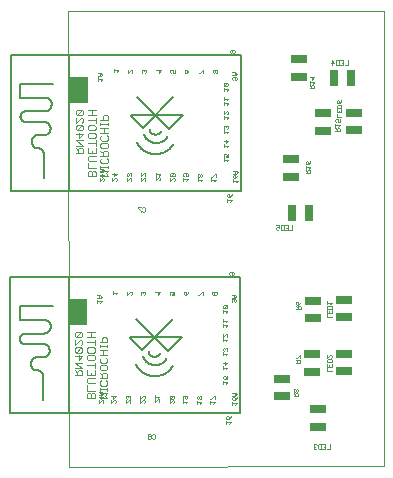
<source format=gbo>
G75*
%MOIN*%
%OFA0B0*%
%FSLAX25Y25*%
%IPPOS*%
%LPD*%
%AMOC8*
5,1,8,0,0,1.08239X$1,22.5*
%
%ADD10C,0.00000*%
%ADD11C,0.00500*%
%ADD12R,0.06102X0.08661*%
%ADD13C,0.00200*%
%ADD14C,0.00100*%
%ADD15R,0.05512X0.02559*%
%ADD16R,0.02559X0.05512*%
D10*
X0020728Y0001000D02*
X0020675Y0152867D01*
X0125931Y0152769D01*
X0125743Y0001103D01*
X0020728Y0001000D01*
D11*
X0020738Y0018776D02*
X0001250Y0018776D01*
X0001250Y0064052D01*
X0078022Y0064052D01*
X0078022Y0018776D01*
X0020738Y0018776D01*
X0020738Y0063855D01*
X0015423Y0054603D02*
X0004400Y0054603D01*
X0004400Y0049879D01*
X0012864Y0049879D01*
X0012950Y0049877D01*
X0013036Y0049872D01*
X0013121Y0049862D01*
X0013206Y0049849D01*
X0013290Y0049832D01*
X0013374Y0049812D01*
X0013456Y0049788D01*
X0013537Y0049760D01*
X0013618Y0049729D01*
X0013696Y0049695D01*
X0013773Y0049657D01*
X0013849Y0049615D01*
X0013922Y0049571D01*
X0013993Y0049523D01*
X0014063Y0049472D01*
X0014130Y0049418D01*
X0014194Y0049362D01*
X0014256Y0049302D01*
X0014316Y0049240D01*
X0014372Y0049176D01*
X0014426Y0049109D01*
X0014477Y0049039D01*
X0014525Y0048968D01*
X0014569Y0048895D01*
X0014611Y0048819D01*
X0014649Y0048742D01*
X0014683Y0048664D01*
X0014714Y0048583D01*
X0014742Y0048502D01*
X0014766Y0048420D01*
X0014786Y0048336D01*
X0014803Y0048252D01*
X0014816Y0048167D01*
X0014826Y0048082D01*
X0014831Y0047996D01*
X0014833Y0047910D01*
X0014831Y0047810D01*
X0014825Y0047709D01*
X0014815Y0047609D01*
X0014801Y0047510D01*
X0014784Y0047411D01*
X0014762Y0047313D01*
X0014737Y0047215D01*
X0014708Y0047119D01*
X0014675Y0047024D01*
X0014638Y0046931D01*
X0014598Y0046839D01*
X0014554Y0046748D01*
X0014507Y0046660D01*
X0014456Y0046573D01*
X0014402Y0046488D01*
X0014344Y0046406D01*
X0014284Y0046326D01*
X0014220Y0046248D01*
X0014153Y0046173D01*
X0014083Y0046101D01*
X0014011Y0046031D01*
X0013936Y0045964D01*
X0013858Y0045900D01*
X0013778Y0045840D01*
X0013696Y0045782D01*
X0013611Y0045728D01*
X0013524Y0045677D01*
X0013436Y0045630D01*
X0013345Y0045586D01*
X0013253Y0045546D01*
X0013160Y0045509D01*
X0013065Y0045476D01*
X0012969Y0045447D01*
X0012871Y0045422D01*
X0012773Y0045400D01*
X0012674Y0045383D01*
X0012575Y0045369D01*
X0012475Y0045359D01*
X0012374Y0045353D01*
X0012274Y0045351D01*
X0005974Y0045351D01*
X0005902Y0045349D01*
X0005830Y0045343D01*
X0005758Y0045334D01*
X0005687Y0045321D01*
X0005617Y0045304D01*
X0005548Y0045284D01*
X0005480Y0045259D01*
X0005414Y0045232D01*
X0005348Y0045201D01*
X0005285Y0045166D01*
X0005223Y0045129D01*
X0005164Y0045088D01*
X0005107Y0045044D01*
X0005052Y0044997D01*
X0005000Y0044947D01*
X0004950Y0044895D01*
X0004903Y0044840D01*
X0004859Y0044783D01*
X0004818Y0044724D01*
X0004781Y0044662D01*
X0004746Y0044599D01*
X0004715Y0044533D01*
X0004688Y0044467D01*
X0004663Y0044399D01*
X0004643Y0044330D01*
X0004626Y0044260D01*
X0004613Y0044189D01*
X0004604Y0044117D01*
X0004598Y0044045D01*
X0004596Y0043973D01*
X0004400Y0043776D01*
X0004399Y0043776D02*
X0004401Y0043690D01*
X0004406Y0043604D01*
X0004416Y0043519D01*
X0004429Y0043434D01*
X0004446Y0043350D01*
X0004466Y0043266D01*
X0004490Y0043184D01*
X0004518Y0043103D01*
X0004549Y0043022D01*
X0004583Y0042944D01*
X0004621Y0042867D01*
X0004663Y0042792D01*
X0004707Y0042718D01*
X0004755Y0042647D01*
X0004806Y0042577D01*
X0004860Y0042510D01*
X0004916Y0042446D01*
X0004976Y0042384D01*
X0005038Y0042324D01*
X0005102Y0042268D01*
X0005169Y0042214D01*
X0005239Y0042163D01*
X0005310Y0042115D01*
X0005383Y0042071D01*
X0005459Y0042029D01*
X0005536Y0041991D01*
X0005614Y0041957D01*
X0005695Y0041926D01*
X0005776Y0041898D01*
X0005858Y0041874D01*
X0005942Y0041854D01*
X0006026Y0041837D01*
X0006111Y0041824D01*
X0006196Y0041814D01*
X0006282Y0041809D01*
X0006368Y0041807D01*
X0006368Y0041808D02*
X0012470Y0041808D01*
X0012556Y0041806D01*
X0012642Y0041801D01*
X0012727Y0041791D01*
X0012812Y0041778D01*
X0012896Y0041761D01*
X0012980Y0041741D01*
X0013062Y0041717D01*
X0013143Y0041689D01*
X0013224Y0041658D01*
X0013302Y0041624D01*
X0013379Y0041586D01*
X0013455Y0041544D01*
X0013528Y0041500D01*
X0013599Y0041452D01*
X0013669Y0041401D01*
X0013736Y0041347D01*
X0013800Y0041291D01*
X0013862Y0041231D01*
X0013922Y0041169D01*
X0013978Y0041105D01*
X0014032Y0041038D01*
X0014083Y0040968D01*
X0014131Y0040897D01*
X0014175Y0040824D01*
X0014217Y0040748D01*
X0014255Y0040671D01*
X0014289Y0040593D01*
X0014320Y0040512D01*
X0014348Y0040431D01*
X0014372Y0040349D01*
X0014392Y0040265D01*
X0014409Y0040181D01*
X0014422Y0040096D01*
X0014432Y0040011D01*
X0014437Y0039925D01*
X0014439Y0039839D01*
X0014439Y0039642D01*
X0014437Y0039550D01*
X0014431Y0039458D01*
X0014421Y0039367D01*
X0014408Y0039276D01*
X0014390Y0039186D01*
X0014369Y0039096D01*
X0014344Y0039008D01*
X0014315Y0038921D01*
X0014283Y0038835D01*
X0014247Y0038750D01*
X0014207Y0038667D01*
X0014164Y0038586D01*
X0014118Y0038507D01*
X0014068Y0038430D01*
X0014015Y0038355D01*
X0013958Y0038282D01*
X0013899Y0038212D01*
X0013837Y0038144D01*
X0013772Y0038079D01*
X0013704Y0038017D01*
X0013634Y0037958D01*
X0013561Y0037901D01*
X0013486Y0037848D01*
X0013409Y0037798D01*
X0013330Y0037752D01*
X0013249Y0037709D01*
X0013166Y0037669D01*
X0013081Y0037633D01*
X0012995Y0037601D01*
X0012908Y0037572D01*
X0012820Y0037547D01*
X0012730Y0037526D01*
X0012640Y0037508D01*
X0012549Y0037495D01*
X0012458Y0037485D01*
X0012366Y0037479D01*
X0012274Y0037477D01*
X0010108Y0037477D01*
X0010026Y0037475D01*
X0009945Y0037469D01*
X0009863Y0037460D01*
X0009782Y0037447D01*
X0009702Y0037430D01*
X0009623Y0037409D01*
X0009545Y0037385D01*
X0009468Y0037357D01*
X0009392Y0037326D01*
X0009318Y0037291D01*
X0009246Y0037253D01*
X0009175Y0037212D01*
X0009107Y0037167D01*
X0009040Y0037119D01*
X0008976Y0037068D01*
X0008914Y0037015D01*
X0008855Y0036958D01*
X0008798Y0036899D01*
X0008745Y0036837D01*
X0008694Y0036773D01*
X0008646Y0036706D01*
X0008601Y0036638D01*
X0008560Y0036567D01*
X0008522Y0036495D01*
X0008487Y0036421D01*
X0008456Y0036345D01*
X0008428Y0036268D01*
X0008404Y0036190D01*
X0008383Y0036111D01*
X0008366Y0036031D01*
X0008353Y0035950D01*
X0008344Y0035868D01*
X0008338Y0035787D01*
X0008336Y0035705D01*
X0008337Y0035705D02*
X0008337Y0034918D01*
X0008336Y0034918D02*
X0008338Y0034836D01*
X0008344Y0034755D01*
X0008353Y0034673D01*
X0008366Y0034592D01*
X0008383Y0034512D01*
X0008404Y0034433D01*
X0008428Y0034355D01*
X0008456Y0034278D01*
X0008487Y0034202D01*
X0008522Y0034128D01*
X0008560Y0034056D01*
X0008601Y0033985D01*
X0008646Y0033917D01*
X0008694Y0033850D01*
X0008745Y0033786D01*
X0008798Y0033724D01*
X0008855Y0033665D01*
X0008914Y0033608D01*
X0008976Y0033555D01*
X0009040Y0033504D01*
X0009107Y0033456D01*
X0009175Y0033411D01*
X0009246Y0033370D01*
X0009318Y0033332D01*
X0009392Y0033297D01*
X0009468Y0033266D01*
X0009545Y0033238D01*
X0009623Y0033214D01*
X0009702Y0033193D01*
X0009782Y0033176D01*
X0009863Y0033163D01*
X0009945Y0033154D01*
X0010026Y0033148D01*
X0010108Y0033146D01*
X0010200Y0033144D01*
X0010292Y0033138D01*
X0010383Y0033128D01*
X0010474Y0033115D01*
X0010564Y0033097D01*
X0010654Y0033076D01*
X0010742Y0033051D01*
X0010829Y0033022D01*
X0010915Y0032990D01*
X0011000Y0032954D01*
X0011083Y0032914D01*
X0011164Y0032871D01*
X0011243Y0032825D01*
X0011320Y0032775D01*
X0011395Y0032722D01*
X0011468Y0032665D01*
X0011538Y0032606D01*
X0011606Y0032544D01*
X0011671Y0032479D01*
X0011733Y0032411D01*
X0011792Y0032341D01*
X0011849Y0032268D01*
X0011902Y0032193D01*
X0011952Y0032116D01*
X0011998Y0032037D01*
X0012041Y0031956D01*
X0012081Y0031873D01*
X0012117Y0031788D01*
X0012149Y0031702D01*
X0012178Y0031615D01*
X0012203Y0031527D01*
X0012224Y0031437D01*
X0012242Y0031347D01*
X0012255Y0031256D01*
X0012265Y0031165D01*
X0012271Y0031073D01*
X0012273Y0030981D01*
X0012274Y0030981D02*
X0012274Y0023304D01*
X0041211Y0043973D02*
X0045148Y0039839D01*
X0055384Y0050075D01*
X0058533Y0044170D02*
X0041211Y0044170D01*
X0043179Y0050272D02*
X0053809Y0039642D01*
X0058533Y0044170D01*
X0053416Y0037083D02*
X0053351Y0036970D01*
X0053284Y0036858D01*
X0053213Y0036748D01*
X0053138Y0036640D01*
X0053061Y0036535D01*
X0052980Y0036432D01*
X0052896Y0036332D01*
X0052810Y0036234D01*
X0052720Y0036139D01*
X0052627Y0036047D01*
X0052532Y0035957D01*
X0052434Y0035871D01*
X0052333Y0035788D01*
X0052230Y0035707D01*
X0052124Y0035630D01*
X0052017Y0035556D01*
X0051907Y0035486D01*
X0051794Y0035418D01*
X0051680Y0035355D01*
X0051564Y0035294D01*
X0051446Y0035238D01*
X0051327Y0035185D01*
X0051206Y0035135D01*
X0051083Y0035090D01*
X0050960Y0035048D01*
X0050835Y0035009D01*
X0050708Y0034975D01*
X0050581Y0034945D01*
X0050453Y0034918D01*
X0050325Y0034895D01*
X0050195Y0034877D01*
X0050065Y0034862D01*
X0049935Y0034851D01*
X0049804Y0034844D01*
X0049674Y0034841D01*
X0049543Y0034842D01*
X0049412Y0034847D01*
X0049282Y0034856D01*
X0049152Y0034869D01*
X0049022Y0034886D01*
X0048893Y0034907D01*
X0048765Y0034932D01*
X0048637Y0034961D01*
X0048511Y0034993D01*
X0048385Y0035030D01*
X0048261Y0035070D01*
X0048138Y0035114D01*
X0048016Y0035162D01*
X0047896Y0035213D01*
X0047777Y0035268D01*
X0047660Y0035327D01*
X0047545Y0035389D01*
X0047432Y0035455D01*
X0047321Y0035524D01*
X0047212Y0035596D01*
X0047106Y0035672D01*
X0047001Y0035751D01*
X0046900Y0035833D01*
X0046800Y0035918D01*
X0046704Y0036006D01*
X0046610Y0036097D01*
X0046519Y0036191D01*
X0046431Y0036287D01*
X0046345Y0036386D01*
X0046263Y0036488D01*
X0046184Y0036592D01*
X0046109Y0036699D01*
X0046036Y0036808D01*
X0045967Y0036918D01*
X0045901Y0037031D01*
X0045839Y0037146D01*
X0045780Y0037263D01*
X0045725Y0037382D01*
X0045673Y0037502D01*
X0045626Y0037624D01*
X0045581Y0037747D01*
X0045541Y0037871D01*
X0043179Y0035115D02*
X0043253Y0034964D01*
X0043330Y0034815D01*
X0043411Y0034667D01*
X0043496Y0034522D01*
X0043584Y0034378D01*
X0043675Y0034237D01*
X0043770Y0034098D01*
X0043868Y0033962D01*
X0043970Y0033827D01*
X0044074Y0033696D01*
X0044182Y0033567D01*
X0044293Y0033440D01*
X0044407Y0033317D01*
X0044524Y0033196D01*
X0044644Y0033078D01*
X0044767Y0032963D01*
X0044892Y0032851D01*
X0045020Y0032742D01*
X0045151Y0032636D01*
X0045284Y0032533D01*
X0045420Y0032434D01*
X0045558Y0032338D01*
X0045699Y0032245D01*
X0045841Y0032156D01*
X0045986Y0032071D01*
X0046133Y0031989D01*
X0046282Y0031910D01*
X0046432Y0031835D01*
X0046585Y0031764D01*
X0046739Y0031696D01*
X0046895Y0031633D01*
X0047052Y0031573D01*
X0047210Y0031517D01*
X0047370Y0031464D01*
X0047531Y0031416D01*
X0047694Y0031372D01*
X0047857Y0031331D01*
X0048021Y0031295D01*
X0048186Y0031262D01*
X0048352Y0031234D01*
X0048518Y0031210D01*
X0048685Y0031189D01*
X0048853Y0031173D01*
X0049020Y0031161D01*
X0049188Y0031153D01*
X0049357Y0031148D01*
X0049525Y0031149D01*
X0049693Y0031153D01*
X0049861Y0031161D01*
X0050029Y0031173D01*
X0050196Y0031190D01*
X0050363Y0031210D01*
X0050530Y0031234D01*
X0050695Y0031263D01*
X0050860Y0031296D01*
X0051025Y0031332D01*
X0051188Y0031373D01*
X0051350Y0031417D01*
X0051511Y0031465D01*
X0051671Y0031518D01*
X0051830Y0031574D01*
X0051987Y0031634D01*
X0052142Y0031698D01*
X0052296Y0031765D01*
X0052449Y0031837D01*
X0052599Y0031912D01*
X0052748Y0031990D01*
X0052895Y0032072D01*
X0053040Y0032158D01*
X0053182Y0032247D01*
X0053323Y0032340D01*
X0053461Y0032436D01*
X0053596Y0032535D01*
X0053730Y0032638D01*
X0053860Y0032744D01*
X0053988Y0032853D01*
X0054114Y0032965D01*
X0054236Y0033080D01*
X0054356Y0033198D01*
X0054473Y0033319D01*
X0054587Y0033443D01*
X0054698Y0033569D01*
X0054806Y0033698D01*
X0054911Y0033830D01*
X0055012Y0033964D01*
X0055110Y0034101D01*
X0055205Y0034240D01*
X0055296Y0034381D01*
X0055384Y0034525D01*
X0051250Y0038855D02*
X0051217Y0038775D01*
X0051181Y0038697D01*
X0051141Y0038620D01*
X0051098Y0038546D01*
X0051052Y0038473D01*
X0051002Y0038402D01*
X0050949Y0038334D01*
X0050894Y0038268D01*
X0050835Y0038204D01*
X0050774Y0038144D01*
X0050710Y0038086D01*
X0050643Y0038031D01*
X0050574Y0037979D01*
X0050503Y0037930D01*
X0050430Y0037884D01*
X0050354Y0037842D01*
X0050277Y0037803D01*
X0050199Y0037768D01*
X0050118Y0037736D01*
X0050037Y0037707D01*
X0049954Y0037683D01*
X0049870Y0037662D01*
X0049786Y0037645D01*
X0049700Y0037631D01*
X0049615Y0037622D01*
X0049528Y0037616D01*
X0049442Y0037614D01*
X0049356Y0037616D01*
X0049270Y0037622D01*
X0049184Y0037631D01*
X0049098Y0037645D01*
X0049014Y0037662D01*
X0048930Y0037683D01*
X0048847Y0037708D01*
X0048766Y0037736D01*
X0048686Y0037768D01*
X0048607Y0037804D01*
X0048530Y0037843D01*
X0048455Y0037885D01*
X0048382Y0037931D01*
X0048310Y0037980D01*
X0048241Y0038032D01*
X0048175Y0038087D01*
X0048111Y0038145D01*
X0048050Y0038206D01*
X0047991Y0038269D01*
X0047935Y0038335D01*
X0047883Y0038404D01*
X0047833Y0038474D01*
X0047787Y0038547D01*
X0047744Y0038622D01*
X0047704Y0038699D01*
X0047668Y0038777D01*
X0047635Y0038857D01*
X0047606Y0038938D01*
X0047581Y0039021D01*
X0047559Y0039104D01*
X0047541Y0039189D01*
X0047527Y0039274D01*
X0047516Y0039360D01*
X0047510Y0039446D01*
X0021010Y0092833D02*
X0021010Y0137912D01*
X0015695Y0128660D02*
X0004672Y0128660D01*
X0004672Y0123936D01*
X0013136Y0123936D01*
X0013222Y0123934D01*
X0013308Y0123929D01*
X0013393Y0123919D01*
X0013478Y0123906D01*
X0013562Y0123889D01*
X0013646Y0123869D01*
X0013728Y0123845D01*
X0013809Y0123817D01*
X0013890Y0123786D01*
X0013968Y0123752D01*
X0014045Y0123714D01*
X0014121Y0123672D01*
X0014194Y0123628D01*
X0014265Y0123580D01*
X0014335Y0123529D01*
X0014402Y0123475D01*
X0014466Y0123419D01*
X0014528Y0123359D01*
X0014588Y0123297D01*
X0014644Y0123233D01*
X0014698Y0123166D01*
X0014749Y0123096D01*
X0014797Y0123025D01*
X0014841Y0122952D01*
X0014883Y0122876D01*
X0014921Y0122799D01*
X0014955Y0122721D01*
X0014986Y0122640D01*
X0015014Y0122559D01*
X0015038Y0122477D01*
X0015058Y0122393D01*
X0015075Y0122309D01*
X0015088Y0122224D01*
X0015098Y0122139D01*
X0015103Y0122053D01*
X0015105Y0121967D01*
X0015103Y0121867D01*
X0015097Y0121766D01*
X0015087Y0121666D01*
X0015073Y0121567D01*
X0015056Y0121468D01*
X0015034Y0121370D01*
X0015009Y0121272D01*
X0014980Y0121176D01*
X0014947Y0121081D01*
X0014910Y0120988D01*
X0014870Y0120896D01*
X0014826Y0120805D01*
X0014779Y0120717D01*
X0014728Y0120630D01*
X0014674Y0120545D01*
X0014616Y0120463D01*
X0014556Y0120383D01*
X0014492Y0120305D01*
X0014425Y0120230D01*
X0014355Y0120158D01*
X0014283Y0120088D01*
X0014208Y0120021D01*
X0014130Y0119957D01*
X0014050Y0119897D01*
X0013968Y0119839D01*
X0013883Y0119785D01*
X0013796Y0119734D01*
X0013708Y0119687D01*
X0013617Y0119643D01*
X0013525Y0119603D01*
X0013432Y0119566D01*
X0013337Y0119533D01*
X0013241Y0119504D01*
X0013143Y0119479D01*
X0013045Y0119457D01*
X0012946Y0119440D01*
X0012847Y0119426D01*
X0012747Y0119416D01*
X0012646Y0119410D01*
X0012546Y0119408D01*
X0006247Y0119408D01*
X0006175Y0119406D01*
X0006103Y0119400D01*
X0006031Y0119391D01*
X0005960Y0119378D01*
X0005890Y0119361D01*
X0005821Y0119341D01*
X0005753Y0119316D01*
X0005687Y0119289D01*
X0005621Y0119258D01*
X0005558Y0119223D01*
X0005496Y0119186D01*
X0005437Y0119145D01*
X0005380Y0119101D01*
X0005325Y0119054D01*
X0005273Y0119004D01*
X0005223Y0118952D01*
X0005176Y0118897D01*
X0005132Y0118840D01*
X0005091Y0118781D01*
X0005054Y0118719D01*
X0005019Y0118656D01*
X0004988Y0118590D01*
X0004961Y0118524D01*
X0004936Y0118456D01*
X0004916Y0118387D01*
X0004899Y0118317D01*
X0004886Y0118246D01*
X0004877Y0118174D01*
X0004871Y0118102D01*
X0004869Y0118030D01*
X0004672Y0117833D01*
X0004671Y0117833D02*
X0004673Y0117747D01*
X0004678Y0117661D01*
X0004688Y0117576D01*
X0004701Y0117491D01*
X0004718Y0117407D01*
X0004738Y0117323D01*
X0004762Y0117241D01*
X0004790Y0117160D01*
X0004821Y0117079D01*
X0004855Y0117001D01*
X0004893Y0116924D01*
X0004935Y0116849D01*
X0004979Y0116775D01*
X0005027Y0116704D01*
X0005078Y0116634D01*
X0005132Y0116567D01*
X0005188Y0116503D01*
X0005248Y0116441D01*
X0005310Y0116381D01*
X0005374Y0116325D01*
X0005441Y0116271D01*
X0005511Y0116220D01*
X0005582Y0116172D01*
X0005655Y0116128D01*
X0005731Y0116086D01*
X0005808Y0116048D01*
X0005886Y0116014D01*
X0005967Y0115983D01*
X0006048Y0115955D01*
X0006130Y0115931D01*
X0006214Y0115911D01*
X0006298Y0115894D01*
X0006383Y0115881D01*
X0006468Y0115871D01*
X0006554Y0115866D01*
X0006640Y0115864D01*
X0006640Y0115865D02*
X0012743Y0115865D01*
X0012829Y0115863D01*
X0012915Y0115858D01*
X0013000Y0115848D01*
X0013085Y0115835D01*
X0013169Y0115818D01*
X0013253Y0115798D01*
X0013335Y0115774D01*
X0013416Y0115746D01*
X0013497Y0115715D01*
X0013575Y0115681D01*
X0013652Y0115643D01*
X0013728Y0115601D01*
X0013801Y0115557D01*
X0013872Y0115509D01*
X0013942Y0115458D01*
X0014009Y0115404D01*
X0014073Y0115348D01*
X0014135Y0115288D01*
X0014195Y0115226D01*
X0014251Y0115162D01*
X0014305Y0115095D01*
X0014356Y0115025D01*
X0014404Y0114954D01*
X0014448Y0114881D01*
X0014490Y0114805D01*
X0014528Y0114728D01*
X0014562Y0114650D01*
X0014593Y0114569D01*
X0014621Y0114488D01*
X0014645Y0114406D01*
X0014665Y0114322D01*
X0014682Y0114238D01*
X0014695Y0114153D01*
X0014705Y0114068D01*
X0014710Y0113982D01*
X0014712Y0113896D01*
X0014711Y0113896D02*
X0014711Y0113699D01*
X0014709Y0113607D01*
X0014703Y0113515D01*
X0014693Y0113424D01*
X0014680Y0113333D01*
X0014662Y0113243D01*
X0014641Y0113153D01*
X0014616Y0113065D01*
X0014587Y0112978D01*
X0014555Y0112892D01*
X0014519Y0112807D01*
X0014479Y0112724D01*
X0014436Y0112643D01*
X0014390Y0112564D01*
X0014340Y0112487D01*
X0014287Y0112412D01*
X0014230Y0112339D01*
X0014171Y0112269D01*
X0014109Y0112201D01*
X0014044Y0112136D01*
X0013976Y0112074D01*
X0013906Y0112015D01*
X0013833Y0111958D01*
X0013758Y0111905D01*
X0013681Y0111855D01*
X0013602Y0111809D01*
X0013521Y0111766D01*
X0013438Y0111726D01*
X0013353Y0111690D01*
X0013267Y0111658D01*
X0013180Y0111629D01*
X0013092Y0111604D01*
X0013002Y0111583D01*
X0012912Y0111565D01*
X0012821Y0111552D01*
X0012730Y0111542D01*
X0012638Y0111536D01*
X0012546Y0111534D01*
X0010380Y0111534D01*
X0010298Y0111532D01*
X0010217Y0111526D01*
X0010135Y0111517D01*
X0010054Y0111504D01*
X0009974Y0111487D01*
X0009895Y0111466D01*
X0009817Y0111442D01*
X0009740Y0111414D01*
X0009664Y0111383D01*
X0009590Y0111348D01*
X0009518Y0111310D01*
X0009447Y0111269D01*
X0009379Y0111224D01*
X0009312Y0111176D01*
X0009248Y0111125D01*
X0009186Y0111072D01*
X0009127Y0111015D01*
X0009070Y0110956D01*
X0009017Y0110894D01*
X0008966Y0110830D01*
X0008918Y0110763D01*
X0008873Y0110695D01*
X0008832Y0110624D01*
X0008794Y0110552D01*
X0008759Y0110478D01*
X0008728Y0110402D01*
X0008700Y0110325D01*
X0008676Y0110247D01*
X0008655Y0110168D01*
X0008638Y0110088D01*
X0008625Y0110007D01*
X0008616Y0109925D01*
X0008610Y0109844D01*
X0008608Y0109762D01*
X0008609Y0109762D02*
X0008609Y0108975D01*
X0008608Y0108975D02*
X0008610Y0108893D01*
X0008616Y0108812D01*
X0008625Y0108730D01*
X0008638Y0108649D01*
X0008655Y0108569D01*
X0008676Y0108490D01*
X0008700Y0108412D01*
X0008728Y0108335D01*
X0008759Y0108259D01*
X0008794Y0108185D01*
X0008832Y0108113D01*
X0008873Y0108042D01*
X0008918Y0107974D01*
X0008966Y0107907D01*
X0009017Y0107843D01*
X0009070Y0107781D01*
X0009127Y0107722D01*
X0009186Y0107665D01*
X0009248Y0107612D01*
X0009312Y0107561D01*
X0009379Y0107513D01*
X0009447Y0107468D01*
X0009518Y0107427D01*
X0009590Y0107389D01*
X0009664Y0107354D01*
X0009740Y0107323D01*
X0009817Y0107295D01*
X0009895Y0107271D01*
X0009974Y0107250D01*
X0010054Y0107233D01*
X0010135Y0107220D01*
X0010217Y0107211D01*
X0010298Y0107205D01*
X0010380Y0107203D01*
X0010472Y0107201D01*
X0010564Y0107195D01*
X0010655Y0107185D01*
X0010746Y0107172D01*
X0010836Y0107154D01*
X0010926Y0107133D01*
X0011014Y0107108D01*
X0011101Y0107079D01*
X0011187Y0107047D01*
X0011272Y0107011D01*
X0011355Y0106971D01*
X0011436Y0106928D01*
X0011515Y0106882D01*
X0011592Y0106832D01*
X0011667Y0106779D01*
X0011740Y0106722D01*
X0011810Y0106663D01*
X0011878Y0106601D01*
X0011943Y0106536D01*
X0012005Y0106468D01*
X0012064Y0106398D01*
X0012121Y0106325D01*
X0012174Y0106250D01*
X0012224Y0106173D01*
X0012270Y0106094D01*
X0012313Y0106013D01*
X0012353Y0105930D01*
X0012389Y0105845D01*
X0012421Y0105759D01*
X0012450Y0105672D01*
X0012475Y0105584D01*
X0012496Y0105494D01*
X0012514Y0105404D01*
X0012527Y0105313D01*
X0012537Y0105222D01*
X0012543Y0105130D01*
X0012545Y0105038D01*
X0012546Y0105038D02*
X0012546Y0097361D01*
X0021010Y0092833D02*
X0078294Y0092833D01*
X0078294Y0138109D01*
X0001522Y0138109D01*
X0001522Y0092833D01*
X0021010Y0092833D01*
X0045420Y0113896D02*
X0041483Y0118030D01*
X0041483Y0118227D02*
X0058806Y0118227D01*
X0054081Y0113699D01*
X0043451Y0124329D01*
X0045420Y0113896D02*
X0055656Y0124132D01*
X0051522Y0112912D02*
X0051489Y0112832D01*
X0051453Y0112754D01*
X0051413Y0112677D01*
X0051370Y0112603D01*
X0051324Y0112530D01*
X0051274Y0112459D01*
X0051221Y0112391D01*
X0051166Y0112325D01*
X0051107Y0112261D01*
X0051046Y0112201D01*
X0050982Y0112143D01*
X0050915Y0112088D01*
X0050846Y0112036D01*
X0050775Y0111987D01*
X0050702Y0111941D01*
X0050626Y0111899D01*
X0050549Y0111860D01*
X0050471Y0111825D01*
X0050390Y0111793D01*
X0050309Y0111764D01*
X0050226Y0111740D01*
X0050142Y0111719D01*
X0050058Y0111702D01*
X0049972Y0111688D01*
X0049887Y0111679D01*
X0049800Y0111673D01*
X0049714Y0111671D01*
X0049628Y0111673D01*
X0049542Y0111679D01*
X0049456Y0111688D01*
X0049370Y0111702D01*
X0049286Y0111719D01*
X0049202Y0111740D01*
X0049119Y0111765D01*
X0049038Y0111793D01*
X0048958Y0111825D01*
X0048879Y0111861D01*
X0048802Y0111900D01*
X0048727Y0111942D01*
X0048654Y0111988D01*
X0048582Y0112037D01*
X0048513Y0112089D01*
X0048447Y0112144D01*
X0048383Y0112202D01*
X0048322Y0112263D01*
X0048263Y0112326D01*
X0048207Y0112392D01*
X0048155Y0112461D01*
X0048105Y0112531D01*
X0048059Y0112604D01*
X0048016Y0112679D01*
X0047976Y0112756D01*
X0047940Y0112834D01*
X0047907Y0112914D01*
X0047878Y0112995D01*
X0047853Y0113078D01*
X0047831Y0113161D01*
X0047813Y0113246D01*
X0047799Y0113331D01*
X0047788Y0113417D01*
X0047782Y0113503D01*
X0045813Y0111928D02*
X0045853Y0111804D01*
X0045898Y0111681D01*
X0045945Y0111559D01*
X0045997Y0111439D01*
X0046052Y0111320D01*
X0046111Y0111203D01*
X0046173Y0111088D01*
X0046239Y0110975D01*
X0046308Y0110865D01*
X0046381Y0110756D01*
X0046456Y0110649D01*
X0046535Y0110545D01*
X0046617Y0110443D01*
X0046703Y0110344D01*
X0046791Y0110248D01*
X0046882Y0110154D01*
X0046976Y0110063D01*
X0047072Y0109975D01*
X0047172Y0109890D01*
X0047273Y0109808D01*
X0047378Y0109729D01*
X0047484Y0109653D01*
X0047593Y0109581D01*
X0047704Y0109512D01*
X0047817Y0109446D01*
X0047932Y0109384D01*
X0048049Y0109325D01*
X0048168Y0109270D01*
X0048288Y0109219D01*
X0048410Y0109171D01*
X0048533Y0109127D01*
X0048657Y0109087D01*
X0048783Y0109050D01*
X0048909Y0109018D01*
X0049037Y0108989D01*
X0049165Y0108964D01*
X0049294Y0108943D01*
X0049424Y0108926D01*
X0049554Y0108913D01*
X0049684Y0108904D01*
X0049815Y0108899D01*
X0049946Y0108898D01*
X0050076Y0108901D01*
X0050207Y0108908D01*
X0050337Y0108919D01*
X0050467Y0108934D01*
X0050597Y0108952D01*
X0050725Y0108975D01*
X0050853Y0109002D01*
X0050980Y0109032D01*
X0051107Y0109066D01*
X0051232Y0109105D01*
X0051355Y0109147D01*
X0051478Y0109192D01*
X0051599Y0109242D01*
X0051718Y0109295D01*
X0051836Y0109351D01*
X0051952Y0109412D01*
X0052066Y0109475D01*
X0052179Y0109543D01*
X0052289Y0109613D01*
X0052396Y0109687D01*
X0052502Y0109764D01*
X0052605Y0109845D01*
X0052706Y0109928D01*
X0052804Y0110014D01*
X0052899Y0110104D01*
X0052992Y0110196D01*
X0053082Y0110291D01*
X0053168Y0110389D01*
X0053252Y0110489D01*
X0053333Y0110592D01*
X0053410Y0110697D01*
X0053485Y0110805D01*
X0053556Y0110915D01*
X0053623Y0111027D01*
X0053688Y0111140D01*
X0055656Y0108582D02*
X0055568Y0108438D01*
X0055477Y0108297D01*
X0055382Y0108158D01*
X0055284Y0108021D01*
X0055183Y0107887D01*
X0055078Y0107755D01*
X0054970Y0107626D01*
X0054859Y0107500D01*
X0054745Y0107376D01*
X0054628Y0107255D01*
X0054508Y0107137D01*
X0054386Y0107022D01*
X0054260Y0106910D01*
X0054132Y0106801D01*
X0054002Y0106695D01*
X0053868Y0106592D01*
X0053733Y0106493D01*
X0053595Y0106397D01*
X0053454Y0106304D01*
X0053312Y0106215D01*
X0053167Y0106129D01*
X0053020Y0106047D01*
X0052871Y0105969D01*
X0052721Y0105894D01*
X0052568Y0105822D01*
X0052414Y0105755D01*
X0052259Y0105691D01*
X0052102Y0105631D01*
X0051943Y0105575D01*
X0051783Y0105522D01*
X0051622Y0105474D01*
X0051460Y0105430D01*
X0051297Y0105389D01*
X0051132Y0105353D01*
X0050967Y0105320D01*
X0050802Y0105291D01*
X0050635Y0105267D01*
X0050468Y0105247D01*
X0050301Y0105230D01*
X0050133Y0105218D01*
X0049965Y0105210D01*
X0049797Y0105206D01*
X0049629Y0105205D01*
X0049460Y0105210D01*
X0049292Y0105218D01*
X0049125Y0105230D01*
X0048957Y0105246D01*
X0048790Y0105267D01*
X0048624Y0105291D01*
X0048458Y0105319D01*
X0048293Y0105352D01*
X0048129Y0105388D01*
X0047966Y0105429D01*
X0047803Y0105473D01*
X0047642Y0105521D01*
X0047482Y0105574D01*
X0047324Y0105630D01*
X0047167Y0105690D01*
X0047011Y0105753D01*
X0046857Y0105821D01*
X0046704Y0105892D01*
X0046554Y0105967D01*
X0046405Y0106046D01*
X0046258Y0106128D01*
X0046113Y0106213D01*
X0045971Y0106302D01*
X0045830Y0106395D01*
X0045692Y0106491D01*
X0045556Y0106590D01*
X0045423Y0106693D01*
X0045292Y0106799D01*
X0045164Y0106908D01*
X0045039Y0107020D01*
X0044916Y0107135D01*
X0044796Y0107253D01*
X0044679Y0107374D01*
X0044565Y0107497D01*
X0044454Y0107624D01*
X0044346Y0107753D01*
X0044242Y0107884D01*
X0044140Y0108019D01*
X0044042Y0108155D01*
X0043947Y0108294D01*
X0043856Y0108435D01*
X0043768Y0108579D01*
X0043683Y0108724D01*
X0043602Y0108872D01*
X0043525Y0109021D01*
X0043451Y0109172D01*
D12*
X0024258Y0126495D03*
X0023986Y0052438D03*
D13*
X0023233Y0045800D02*
X0022807Y0045373D01*
X0022807Y0044521D01*
X0023233Y0044094D01*
X0024938Y0045800D01*
X0023233Y0045800D01*
X0024938Y0045800D02*
X0025365Y0045373D01*
X0025365Y0044521D01*
X0024938Y0044094D01*
X0023233Y0044094D01*
X0022807Y0043262D02*
X0022807Y0041557D01*
X0024512Y0043262D01*
X0024938Y0043262D01*
X0025365Y0042836D01*
X0025365Y0041983D01*
X0024938Y0041557D01*
X0024938Y0040725D02*
X0023233Y0039019D01*
X0022807Y0039446D01*
X0022807Y0040298D01*
X0023233Y0040725D01*
X0024938Y0040725D01*
X0025365Y0040298D01*
X0025365Y0039446D01*
X0024938Y0039019D01*
X0023233Y0039019D01*
X0024086Y0038187D02*
X0024086Y0036482D01*
X0025365Y0037761D01*
X0022807Y0037761D01*
X0022807Y0035649D02*
X0025365Y0035649D01*
X0025365Y0033944D02*
X0022807Y0033944D01*
X0022807Y0033112D02*
X0023659Y0032259D01*
X0023659Y0032686D02*
X0023659Y0031406D01*
X0022807Y0031406D02*
X0025365Y0031406D01*
X0025365Y0032686D01*
X0024938Y0033112D01*
X0024086Y0033112D01*
X0023659Y0032686D01*
X0025365Y0033944D02*
X0022807Y0035649D01*
X0026941Y0034797D02*
X0029499Y0034797D01*
X0029499Y0035649D02*
X0029499Y0033944D01*
X0029499Y0033112D02*
X0029499Y0031406D01*
X0026941Y0031406D01*
X0026941Y0033112D01*
X0028220Y0032259D02*
X0028220Y0031406D01*
X0027367Y0030574D02*
X0029499Y0030574D01*
X0031074Y0030561D02*
X0033632Y0030561D01*
X0033632Y0031840D01*
X0033206Y0032266D01*
X0032353Y0032266D01*
X0031927Y0031840D01*
X0031927Y0030561D01*
X0031927Y0031413D02*
X0031074Y0032266D01*
X0031501Y0033098D02*
X0031074Y0033525D01*
X0031074Y0034377D01*
X0031501Y0034804D01*
X0033206Y0034804D01*
X0033632Y0034377D01*
X0033632Y0033525D01*
X0033206Y0033098D01*
X0031501Y0033098D01*
X0031501Y0035636D02*
X0031074Y0036062D01*
X0031074Y0036915D01*
X0031501Y0037341D01*
X0031074Y0038173D02*
X0033632Y0038173D01*
X0033206Y0037341D02*
X0033632Y0036915D01*
X0033632Y0036062D01*
X0033206Y0035636D01*
X0031501Y0035636D01*
X0029499Y0036908D02*
X0029499Y0037761D01*
X0029072Y0038187D01*
X0027367Y0038187D01*
X0026941Y0037761D01*
X0026941Y0036908D01*
X0027367Y0036482D01*
X0029072Y0036482D01*
X0029499Y0036908D01*
X0029072Y0039019D02*
X0027367Y0039019D01*
X0026941Y0039446D01*
X0026941Y0040298D01*
X0027367Y0040725D01*
X0029072Y0040725D01*
X0029499Y0040298D01*
X0029499Y0039446D01*
X0029072Y0039019D01*
X0029499Y0041557D02*
X0029499Y0043262D01*
X0029499Y0044094D02*
X0026941Y0044094D01*
X0028220Y0044094D02*
X0028220Y0045800D01*
X0029499Y0045800D02*
X0026941Y0045800D01*
X0026941Y0042410D02*
X0029499Y0042410D01*
X0031074Y0042403D02*
X0033632Y0042403D01*
X0033632Y0043682D01*
X0033206Y0044108D01*
X0032353Y0044108D01*
X0031927Y0043682D01*
X0031927Y0042403D01*
X0031074Y0041564D02*
X0031074Y0040711D01*
X0031074Y0041137D02*
X0033632Y0041137D01*
X0033632Y0040711D02*
X0033632Y0041564D01*
X0033632Y0039879D02*
X0031074Y0039879D01*
X0032353Y0039879D02*
X0032353Y0038173D01*
X0031501Y0029728D02*
X0031074Y0029302D01*
X0031074Y0028449D01*
X0031501Y0028023D01*
X0033206Y0028023D01*
X0033632Y0028449D01*
X0033632Y0029302D01*
X0033206Y0029728D01*
X0033632Y0027184D02*
X0033632Y0026331D01*
X0033632Y0026758D02*
X0031074Y0026758D01*
X0031074Y0027184D02*
X0031074Y0026331D01*
X0031074Y0025499D02*
X0033632Y0025499D01*
X0032780Y0024646D01*
X0033632Y0023794D01*
X0031074Y0023794D01*
X0029499Y0023794D02*
X0029499Y0025073D01*
X0029072Y0025499D01*
X0028646Y0025499D01*
X0028220Y0025073D01*
X0028220Y0023794D01*
X0026941Y0023794D02*
X0029499Y0023794D01*
X0028220Y0025073D02*
X0027793Y0025499D01*
X0027367Y0025499D01*
X0026941Y0025073D01*
X0026941Y0023794D01*
X0026941Y0026331D02*
X0026941Y0028037D01*
X0027367Y0028869D02*
X0026941Y0029295D01*
X0026941Y0030148D01*
X0027367Y0030574D01*
X0027367Y0028869D02*
X0029499Y0028869D01*
X0029499Y0026331D02*
X0026941Y0026331D01*
X0027213Y0097851D02*
X0027213Y0099130D01*
X0027639Y0099556D01*
X0028065Y0099556D01*
X0028492Y0099130D01*
X0028492Y0097851D01*
X0027213Y0097851D02*
X0029771Y0097851D01*
X0029771Y0099130D01*
X0029344Y0099556D01*
X0028918Y0099556D01*
X0028492Y0099130D01*
X0029771Y0100388D02*
X0027213Y0100388D01*
X0027213Y0102094D01*
X0027639Y0102926D02*
X0027213Y0103352D01*
X0027213Y0104205D01*
X0027639Y0104631D01*
X0029771Y0104631D01*
X0029771Y0105464D02*
X0027213Y0105464D01*
X0027213Y0107169D01*
X0028492Y0106316D02*
X0028492Y0105464D01*
X0029771Y0105464D02*
X0029771Y0107169D01*
X0029771Y0108001D02*
X0029771Y0109707D01*
X0029771Y0108854D02*
X0027213Y0108854D01*
X0027639Y0110539D02*
X0027213Y0110965D01*
X0027213Y0111818D01*
X0027639Y0112244D01*
X0029344Y0112244D01*
X0029771Y0111818D01*
X0029771Y0110965D01*
X0029344Y0110539D01*
X0027639Y0110539D01*
X0025637Y0109707D02*
X0023079Y0109707D01*
X0025637Y0108001D01*
X0023079Y0108001D01*
X0023079Y0107169D02*
X0023931Y0106316D01*
X0023931Y0106743D02*
X0023931Y0105464D01*
X0023079Y0105464D02*
X0025637Y0105464D01*
X0025637Y0106743D01*
X0025211Y0107169D01*
X0024358Y0107169D01*
X0023931Y0106743D01*
X0024358Y0110539D02*
X0024358Y0112244D01*
X0025211Y0113076D02*
X0025637Y0113503D01*
X0025637Y0114355D01*
X0025211Y0114782D01*
X0023505Y0113076D01*
X0023079Y0113503D01*
X0023079Y0114355D01*
X0023505Y0114782D01*
X0025211Y0114782D01*
X0025211Y0115614D02*
X0025637Y0116040D01*
X0025637Y0116893D01*
X0025211Y0117319D01*
X0024784Y0117319D01*
X0023079Y0115614D01*
X0023079Y0117319D01*
X0023505Y0118152D02*
X0025211Y0119857D01*
X0023505Y0119857D01*
X0023079Y0119431D01*
X0023079Y0118578D01*
X0023505Y0118152D01*
X0025211Y0118152D01*
X0025637Y0118578D01*
X0025637Y0119431D01*
X0025211Y0119857D01*
X0027213Y0119857D02*
X0029771Y0119857D01*
X0028492Y0119857D02*
X0028492Y0118152D01*
X0027213Y0118152D02*
X0029771Y0118152D01*
X0029771Y0117319D02*
X0029771Y0115614D01*
X0029771Y0116467D02*
X0027213Y0116467D01*
X0027639Y0114782D02*
X0029344Y0114782D01*
X0029771Y0114355D01*
X0029771Y0113503D01*
X0029344Y0113076D01*
X0027639Y0113076D01*
X0027213Y0113503D01*
X0027213Y0114355D01*
X0027639Y0114782D01*
X0025211Y0113076D02*
X0023505Y0113076D01*
X0023079Y0111818D02*
X0025637Y0111818D01*
X0024358Y0110539D01*
X0031347Y0110119D02*
X0031347Y0110972D01*
X0031773Y0111398D01*
X0031347Y0112230D02*
X0033905Y0112230D01*
X0033478Y0111398D02*
X0033905Y0110972D01*
X0033905Y0110119D01*
X0033478Y0109693D01*
X0031773Y0109693D01*
X0031347Y0110119D01*
X0031773Y0108861D02*
X0033478Y0108861D01*
X0033905Y0108434D01*
X0033905Y0107582D01*
X0033478Y0107155D01*
X0031773Y0107155D01*
X0031347Y0107582D01*
X0031347Y0108434D01*
X0031773Y0108861D01*
X0031347Y0106323D02*
X0032199Y0105470D01*
X0032199Y0105897D02*
X0032199Y0104618D01*
X0031347Y0104618D02*
X0033905Y0104618D01*
X0033905Y0105897D01*
X0033478Y0106323D01*
X0032626Y0106323D01*
X0032199Y0105897D01*
X0031773Y0103785D02*
X0031347Y0103359D01*
X0031347Y0102506D01*
X0031773Y0102080D01*
X0033478Y0102080D01*
X0033905Y0102506D01*
X0033905Y0103359D01*
X0033478Y0103785D01*
X0033905Y0101241D02*
X0033905Y0100388D01*
X0033905Y0100815D02*
X0031347Y0100815D01*
X0031347Y0101241D02*
X0031347Y0100388D01*
X0031347Y0099556D02*
X0033905Y0099556D01*
X0033052Y0098703D01*
X0033905Y0097851D01*
X0031347Y0097851D01*
X0029771Y0102926D02*
X0027639Y0102926D01*
X0032626Y0112230D02*
X0032626Y0113936D01*
X0033905Y0113936D02*
X0031347Y0113936D01*
X0031347Y0114768D02*
X0031347Y0115621D01*
X0031347Y0115194D02*
X0033905Y0115194D01*
X0033905Y0114768D02*
X0033905Y0115621D01*
X0033905Y0116460D02*
X0033905Y0117739D01*
X0033478Y0118165D01*
X0032626Y0118165D01*
X0032199Y0117739D01*
X0032199Y0116460D01*
X0031347Y0116460D02*
X0033905Y0116460D01*
D14*
X0031485Y0129700D02*
X0031985Y0130201D01*
X0030484Y0130201D01*
X0030484Y0130701D02*
X0030484Y0129700D01*
X0030484Y0131174D02*
X0031485Y0131174D01*
X0031985Y0131674D01*
X0031485Y0132175D01*
X0030484Y0132175D01*
X0031235Y0132175D02*
X0031235Y0131174D01*
X0035799Y0132552D02*
X0035799Y0133553D01*
X0035799Y0133052D02*
X0037300Y0133052D01*
X0036800Y0132552D01*
X0040523Y0132355D02*
X0041524Y0133356D01*
X0041774Y0133356D01*
X0042025Y0133105D01*
X0042025Y0132605D01*
X0041774Y0132355D01*
X0040523Y0132355D02*
X0040523Y0133356D01*
X0045051Y0133105D02*
X0045051Y0132605D01*
X0045301Y0132355D01*
X0045801Y0132855D02*
X0045801Y0133105D01*
X0045551Y0133356D01*
X0045301Y0133356D01*
X0045051Y0133105D01*
X0045801Y0133105D02*
X0046052Y0133356D01*
X0046302Y0133356D01*
X0046552Y0133105D01*
X0046552Y0132605D01*
X0046302Y0132355D01*
X0049972Y0133105D02*
X0051473Y0133105D01*
X0050723Y0132355D01*
X0050723Y0133356D01*
X0054697Y0133105D02*
X0054697Y0132605D01*
X0054947Y0132355D01*
X0055447Y0132355D02*
X0055697Y0132855D01*
X0055697Y0133105D01*
X0055447Y0133356D01*
X0054947Y0133356D01*
X0054697Y0133105D01*
X0055447Y0132355D02*
X0056198Y0132355D01*
X0056198Y0133356D01*
X0059421Y0133105D02*
X0059671Y0133356D01*
X0059921Y0133356D01*
X0060172Y0133105D01*
X0060172Y0132355D01*
X0059671Y0132355D01*
X0059421Y0132605D01*
X0059421Y0133105D01*
X0060172Y0132355D02*
X0060672Y0132855D01*
X0060922Y0133356D01*
X0064145Y0132355D02*
X0064396Y0132355D01*
X0065396Y0133356D01*
X0065647Y0133356D01*
X0065647Y0132355D01*
X0068870Y0132605D02*
X0069120Y0132355D01*
X0069370Y0132355D01*
X0069620Y0132605D01*
X0069620Y0133105D01*
X0069370Y0133356D01*
X0069120Y0133356D01*
X0068870Y0133105D01*
X0068870Y0132605D01*
X0069620Y0132605D02*
X0069871Y0132355D01*
X0070121Y0132355D01*
X0070371Y0132605D01*
X0070371Y0133105D01*
X0070121Y0133356D01*
X0069871Y0133356D01*
X0069620Y0133105D01*
X0072663Y0128828D02*
X0072413Y0128578D01*
X0072413Y0128077D01*
X0072663Y0127827D01*
X0073664Y0128828D01*
X0072663Y0128828D01*
X0072663Y0127827D02*
X0073664Y0127827D01*
X0073914Y0128077D01*
X0073914Y0128578D01*
X0073664Y0128828D01*
X0072413Y0127355D02*
X0072413Y0126354D01*
X0072413Y0126854D02*
X0073914Y0126854D01*
X0073414Y0126354D01*
X0072413Y0124104D02*
X0072413Y0123103D01*
X0072413Y0122630D02*
X0072413Y0121630D01*
X0072413Y0122130D02*
X0073914Y0122130D01*
X0073414Y0121630D01*
X0073414Y0123103D02*
X0073914Y0123603D01*
X0072413Y0123603D01*
X0072413Y0119379D02*
X0072413Y0118378D01*
X0073414Y0119379D01*
X0073664Y0119379D01*
X0073914Y0119129D01*
X0073914Y0118629D01*
X0073664Y0118378D01*
X0073914Y0117406D02*
X0072413Y0117406D01*
X0072413Y0117906D02*
X0072413Y0116905D01*
X0073414Y0116905D02*
X0073914Y0117406D01*
X0073664Y0114655D02*
X0073414Y0114655D01*
X0073164Y0114405D01*
X0072913Y0114655D01*
X0072663Y0114655D01*
X0072413Y0114405D01*
X0072413Y0113904D01*
X0072663Y0113654D01*
X0072413Y0113182D02*
X0072413Y0112181D01*
X0072413Y0112681D02*
X0073914Y0112681D01*
X0073414Y0112181D01*
X0073664Y0113654D02*
X0073914Y0113904D01*
X0073914Y0114405D01*
X0073664Y0114655D01*
X0073164Y0114405D02*
X0073164Y0114154D01*
X0073164Y0109930D02*
X0073164Y0108930D01*
X0073914Y0109680D01*
X0072413Y0109680D01*
X0072413Y0108457D02*
X0072413Y0107456D01*
X0072413Y0107957D02*
X0073914Y0107957D01*
X0073414Y0107456D01*
X0073164Y0105206D02*
X0072663Y0105206D01*
X0072413Y0104956D01*
X0072413Y0104455D01*
X0072663Y0104205D01*
X0073164Y0104205D02*
X0073414Y0104706D01*
X0073414Y0104956D01*
X0073164Y0105206D01*
X0073914Y0105206D02*
X0073914Y0104205D01*
X0073164Y0104205D01*
X0072413Y0103733D02*
X0072413Y0102732D01*
X0072413Y0103232D02*
X0073914Y0103232D01*
X0073414Y0102732D01*
X0075563Y0099694D02*
X0076563Y0099694D01*
X0077064Y0099194D01*
X0076563Y0098693D01*
X0075563Y0098693D01*
X0075813Y0098221D02*
X0076063Y0098221D01*
X0076313Y0097971D01*
X0076313Y0097220D01*
X0075813Y0097220D01*
X0075563Y0097470D01*
X0075563Y0097971D01*
X0075813Y0098221D01*
X0076313Y0098693D02*
X0076313Y0099694D01*
X0077064Y0098221D02*
X0076814Y0097721D01*
X0076313Y0097220D01*
X0075563Y0096748D02*
X0075563Y0095747D01*
X0075563Y0096247D02*
X0077064Y0096247D01*
X0076563Y0095747D01*
X0075095Y0091820D02*
X0074845Y0091320D01*
X0074345Y0090819D01*
X0074345Y0091570D01*
X0074095Y0091820D01*
X0073844Y0091820D01*
X0073594Y0091570D01*
X0073594Y0091070D01*
X0073844Y0090819D01*
X0074345Y0090819D01*
X0073594Y0090347D02*
X0073594Y0089346D01*
X0073594Y0089847D02*
X0075095Y0089847D01*
X0074595Y0089346D01*
X0069280Y0096039D02*
X0069780Y0096539D01*
X0068279Y0096539D01*
X0068279Y0096039D02*
X0068279Y0097040D01*
X0068279Y0097512D02*
X0068529Y0097512D01*
X0069530Y0098513D01*
X0069780Y0098513D01*
X0069780Y0097512D01*
X0065253Y0097763D02*
X0065003Y0097512D01*
X0064752Y0097512D01*
X0064502Y0097763D01*
X0064502Y0098263D01*
X0064252Y0098513D01*
X0064002Y0098513D01*
X0063752Y0098263D01*
X0063752Y0097763D01*
X0064002Y0097512D01*
X0064252Y0097512D01*
X0064502Y0097763D01*
X0064502Y0098263D02*
X0064752Y0098513D01*
X0065003Y0098513D01*
X0065253Y0098263D01*
X0065253Y0097763D01*
X0065253Y0096539D02*
X0063752Y0096539D01*
X0063752Y0096039D02*
X0063752Y0097040D01*
X0064752Y0096039D02*
X0065253Y0096539D01*
X0060528Y0096736D02*
X0059027Y0096736D01*
X0059027Y0096236D02*
X0059027Y0097237D01*
X0059277Y0097709D02*
X0059027Y0097959D01*
X0059027Y0098460D01*
X0059277Y0098710D01*
X0060278Y0098710D01*
X0060528Y0098460D01*
X0060528Y0097959D01*
X0060278Y0097709D01*
X0060028Y0097709D01*
X0059778Y0097959D01*
X0059778Y0098710D01*
X0060528Y0096736D02*
X0060028Y0096236D01*
X0056198Y0096486D02*
X0055948Y0096236D01*
X0056198Y0096486D02*
X0056198Y0096987D01*
X0055948Y0097237D01*
X0055697Y0097237D01*
X0054697Y0096236D01*
X0054697Y0097237D01*
X0054947Y0097709D02*
X0055948Y0098710D01*
X0054947Y0098710D01*
X0054697Y0098460D01*
X0054697Y0097959D01*
X0054947Y0097709D01*
X0055948Y0097709D01*
X0056198Y0097959D01*
X0056198Y0098460D01*
X0055948Y0098710D01*
X0051277Y0098406D02*
X0049775Y0098406D01*
X0049775Y0097906D02*
X0049775Y0098907D01*
X0050776Y0097906D02*
X0051277Y0098406D01*
X0051026Y0097434D02*
X0051277Y0097183D01*
X0051277Y0096683D01*
X0051026Y0096433D01*
X0051026Y0097434D02*
X0050776Y0097434D01*
X0049775Y0096433D01*
X0049775Y0097434D01*
X0046355Y0096987D02*
X0046355Y0096486D01*
X0046105Y0096236D01*
X0046355Y0096987D02*
X0046105Y0097237D01*
X0045855Y0097237D01*
X0044854Y0096236D01*
X0044854Y0097237D01*
X0044854Y0097709D02*
X0045855Y0098710D01*
X0046105Y0098710D01*
X0046355Y0098460D01*
X0046355Y0097959D01*
X0046105Y0097709D01*
X0044854Y0097709D02*
X0044854Y0098710D01*
X0041631Y0098460D02*
X0041381Y0098710D01*
X0041130Y0098710D01*
X0040880Y0098460D01*
X0040630Y0098710D01*
X0040380Y0098710D01*
X0040130Y0098460D01*
X0040130Y0097959D01*
X0040380Y0097709D01*
X0040130Y0097237D02*
X0040130Y0096236D01*
X0041130Y0097237D01*
X0041381Y0097237D01*
X0041631Y0096987D01*
X0041631Y0096486D01*
X0041381Y0096236D01*
X0041381Y0097709D02*
X0041631Y0097959D01*
X0041631Y0098460D01*
X0040880Y0098460D02*
X0040880Y0098210D01*
X0036710Y0098460D02*
X0035959Y0097709D01*
X0035959Y0098710D01*
X0035208Y0098460D02*
X0036710Y0098460D01*
X0036459Y0097237D02*
X0036710Y0096987D01*
X0036710Y0096486D01*
X0036459Y0096236D01*
X0036459Y0097237D02*
X0036209Y0097237D01*
X0035208Y0096236D01*
X0035208Y0097237D01*
X0032576Y0096891D02*
X0032576Y0096391D01*
X0032326Y0096141D01*
X0032576Y0096891D02*
X0032326Y0097141D01*
X0032075Y0097141D01*
X0031074Y0096141D01*
X0031074Y0097141D01*
X0031825Y0097614D02*
X0031825Y0098615D01*
X0031825Y0099087D02*
X0031825Y0100088D01*
X0032075Y0100088D02*
X0031074Y0100088D01*
X0031074Y0099087D02*
X0032075Y0099087D01*
X0032576Y0099588D01*
X0032075Y0100088D01*
X0032576Y0098365D02*
X0031074Y0098365D01*
X0031825Y0097614D02*
X0032576Y0098365D01*
X0043779Y0087410D02*
X0043779Y0087159D01*
X0044780Y0086158D01*
X0044780Y0085908D01*
X0045252Y0086158D02*
X0045502Y0085908D01*
X0046003Y0085908D01*
X0046253Y0086158D01*
X0046253Y0087159D01*
X0046003Y0087410D01*
X0045502Y0087410D01*
X0045252Y0087159D01*
X0044780Y0087410D02*
X0043779Y0087410D01*
X0045029Y0059299D02*
X0044779Y0059048D01*
X0044779Y0058548D01*
X0045029Y0058298D01*
X0045529Y0058798D02*
X0045529Y0059048D01*
X0045279Y0059299D01*
X0045029Y0059299D01*
X0045529Y0059048D02*
X0045780Y0059299D01*
X0046030Y0059299D01*
X0046280Y0059048D01*
X0046280Y0058548D01*
X0046030Y0058298D01*
X0049700Y0059048D02*
X0051201Y0059048D01*
X0050451Y0058298D01*
X0050451Y0059299D01*
X0054424Y0059048D02*
X0054424Y0058548D01*
X0054675Y0058298D01*
X0055175Y0058298D02*
X0055425Y0058798D01*
X0055425Y0059048D01*
X0055175Y0059299D01*
X0054675Y0059299D01*
X0054424Y0059048D01*
X0055175Y0058298D02*
X0055926Y0058298D01*
X0055926Y0059299D01*
X0059149Y0059048D02*
X0059149Y0058548D01*
X0059399Y0058298D01*
X0059899Y0058298D01*
X0059899Y0059048D01*
X0059649Y0059299D01*
X0059399Y0059299D01*
X0059149Y0059048D01*
X0059899Y0058298D02*
X0060400Y0058798D01*
X0060650Y0059299D01*
X0063873Y0058298D02*
X0064123Y0058298D01*
X0065124Y0059299D01*
X0065375Y0059299D01*
X0065375Y0058298D01*
X0068598Y0058548D02*
X0068848Y0058298D01*
X0069098Y0058298D01*
X0069348Y0058548D01*
X0069348Y0059048D01*
X0069098Y0059299D01*
X0068848Y0059299D01*
X0068598Y0059048D01*
X0068598Y0058548D01*
X0069348Y0058548D02*
X0069598Y0058298D01*
X0069849Y0058298D01*
X0070099Y0058548D01*
X0070099Y0059048D01*
X0069849Y0059299D01*
X0069598Y0059299D01*
X0069348Y0059048D01*
X0072391Y0054771D02*
X0072141Y0054521D01*
X0072141Y0054020D01*
X0072391Y0053770D01*
X0073392Y0054771D01*
X0072391Y0054771D01*
X0072391Y0053770D02*
X0073392Y0053770D01*
X0073642Y0054020D01*
X0073642Y0054521D01*
X0073392Y0054771D01*
X0072141Y0053298D02*
X0072141Y0052297D01*
X0072141Y0052797D02*
X0073642Y0052797D01*
X0073142Y0052297D01*
X0072141Y0050047D02*
X0072141Y0049046D01*
X0072141Y0048573D02*
X0072141Y0047573D01*
X0072141Y0048073D02*
X0073642Y0048073D01*
X0073142Y0047573D01*
X0073142Y0049046D02*
X0073642Y0049546D01*
X0072141Y0049546D01*
X0072141Y0045322D02*
X0072141Y0044321D01*
X0073142Y0045322D01*
X0073392Y0045322D01*
X0073642Y0045072D01*
X0073642Y0044572D01*
X0073392Y0044321D01*
X0073642Y0043349D02*
X0072141Y0043349D01*
X0072141Y0043849D02*
X0072141Y0042848D01*
X0073142Y0042848D02*
X0073642Y0043349D01*
X0073392Y0040598D02*
X0073142Y0040598D01*
X0072892Y0040348D01*
X0072641Y0040598D01*
X0072391Y0040598D01*
X0072141Y0040348D01*
X0072141Y0039847D01*
X0072391Y0039597D01*
X0072141Y0039125D02*
X0072141Y0038124D01*
X0072141Y0038624D02*
X0073642Y0038624D01*
X0073142Y0038124D01*
X0073392Y0039597D02*
X0073642Y0039847D01*
X0073642Y0040348D01*
X0073392Y0040598D01*
X0072892Y0040348D02*
X0072892Y0040097D01*
X0072892Y0035873D02*
X0072892Y0034873D01*
X0073642Y0035623D01*
X0072141Y0035623D01*
X0072141Y0034400D02*
X0072141Y0033399D01*
X0072141Y0033900D02*
X0073642Y0033900D01*
X0073142Y0033399D01*
X0072892Y0031149D02*
X0072391Y0031149D01*
X0072141Y0030899D01*
X0072141Y0030398D01*
X0072391Y0030148D01*
X0072892Y0030148D02*
X0073142Y0030649D01*
X0073142Y0030899D01*
X0072892Y0031149D01*
X0073642Y0031149D02*
X0073642Y0030148D01*
X0072892Y0030148D01*
X0072141Y0029676D02*
X0072141Y0028675D01*
X0072141Y0029175D02*
X0073642Y0029175D01*
X0073142Y0028675D01*
X0075291Y0025637D02*
X0076291Y0025637D01*
X0076792Y0025137D01*
X0076291Y0024636D01*
X0075291Y0024636D01*
X0075541Y0024164D02*
X0075791Y0024164D01*
X0076041Y0023914D01*
X0076041Y0023163D01*
X0075541Y0023163D01*
X0075291Y0023413D01*
X0075291Y0023914D01*
X0075541Y0024164D01*
X0076041Y0024636D02*
X0076041Y0025637D01*
X0076792Y0024164D02*
X0076542Y0023664D01*
X0076041Y0023163D01*
X0075291Y0022691D02*
X0075291Y0021690D01*
X0075291Y0022190D02*
X0076792Y0022190D01*
X0076291Y0021690D01*
X0074823Y0017763D02*
X0074573Y0017263D01*
X0074073Y0016762D01*
X0074073Y0017513D01*
X0073822Y0017763D01*
X0073572Y0017763D01*
X0073322Y0017513D01*
X0073322Y0017013D01*
X0073572Y0016762D01*
X0074073Y0016762D01*
X0073322Y0016290D02*
X0073322Y0015289D01*
X0073322Y0015790D02*
X0074823Y0015790D01*
X0074323Y0015289D01*
X0069008Y0021982D02*
X0069508Y0022482D01*
X0068007Y0022482D01*
X0068007Y0021982D02*
X0068007Y0022983D01*
X0068007Y0023455D02*
X0068257Y0023455D01*
X0069258Y0024456D01*
X0069508Y0024456D01*
X0069508Y0023455D01*
X0064981Y0023705D02*
X0064981Y0024206D01*
X0064731Y0024456D01*
X0064480Y0024456D01*
X0064230Y0024206D01*
X0064230Y0023705D01*
X0064480Y0023455D01*
X0064731Y0023455D01*
X0064981Y0023705D01*
X0064230Y0023705D02*
X0063980Y0023455D01*
X0063730Y0023455D01*
X0063480Y0023705D01*
X0063480Y0024206D01*
X0063730Y0024456D01*
X0063980Y0024456D01*
X0064230Y0024206D01*
X0063480Y0022983D02*
X0063480Y0021982D01*
X0063480Y0022482D02*
X0064981Y0022482D01*
X0064480Y0021982D01*
X0060256Y0022679D02*
X0058755Y0022679D01*
X0058755Y0022179D02*
X0058755Y0023180D01*
X0059005Y0023652D02*
X0058755Y0023902D01*
X0058755Y0024403D01*
X0059005Y0024653D01*
X0060006Y0024653D01*
X0060256Y0024403D01*
X0060256Y0023902D01*
X0060006Y0023652D01*
X0059756Y0023652D01*
X0059506Y0023902D01*
X0059506Y0024653D01*
X0060256Y0022679D02*
X0059756Y0022179D01*
X0055926Y0022429D02*
X0055675Y0022179D01*
X0055926Y0022429D02*
X0055926Y0022930D01*
X0055675Y0023180D01*
X0055425Y0023180D01*
X0054424Y0022179D01*
X0054424Y0023180D01*
X0054675Y0023652D02*
X0054424Y0023902D01*
X0054424Y0024403D01*
X0054675Y0024653D01*
X0055675Y0024653D01*
X0054675Y0023652D01*
X0055675Y0023652D01*
X0055926Y0023902D01*
X0055926Y0024403D01*
X0055675Y0024653D01*
X0051004Y0024349D02*
X0049503Y0024349D01*
X0049503Y0023849D02*
X0049503Y0024850D01*
X0050504Y0023849D02*
X0051004Y0024349D01*
X0050754Y0023377D02*
X0051004Y0023126D01*
X0051004Y0022626D01*
X0050754Y0022376D01*
X0050754Y0023377D02*
X0050504Y0023377D01*
X0049503Y0022376D01*
X0049503Y0023377D01*
X0046083Y0022930D02*
X0046083Y0022429D01*
X0045833Y0022179D01*
X0046083Y0022930D02*
X0045833Y0023180D01*
X0045583Y0023180D01*
X0044582Y0022179D01*
X0044582Y0023180D01*
X0044582Y0023652D02*
X0045583Y0024653D01*
X0045833Y0024653D01*
X0046083Y0024403D01*
X0046083Y0023902D01*
X0045833Y0023652D01*
X0044582Y0023652D02*
X0044582Y0024653D01*
X0041359Y0024403D02*
X0041109Y0024653D01*
X0040858Y0024653D01*
X0040608Y0024403D01*
X0040358Y0024653D01*
X0040108Y0024653D01*
X0039857Y0024403D01*
X0039857Y0023902D01*
X0040108Y0023652D01*
X0039857Y0023180D02*
X0039857Y0022179D01*
X0040858Y0023180D01*
X0041109Y0023180D01*
X0041359Y0022930D01*
X0041359Y0022429D01*
X0041109Y0022179D01*
X0041109Y0023652D02*
X0041359Y0023902D01*
X0041359Y0024403D01*
X0040608Y0024403D02*
X0040608Y0024153D01*
X0036438Y0024403D02*
X0035687Y0023652D01*
X0035687Y0024653D01*
X0034936Y0024403D02*
X0036438Y0024403D01*
X0036187Y0023180D02*
X0036438Y0022930D01*
X0036438Y0022429D01*
X0036187Y0022179D01*
X0036187Y0023180D02*
X0035937Y0023180D01*
X0034936Y0022179D01*
X0034936Y0023180D01*
X0032304Y0022834D02*
X0032304Y0022334D01*
X0032053Y0022084D01*
X0032304Y0022834D02*
X0032053Y0023084D01*
X0031803Y0023084D01*
X0030802Y0022084D01*
X0030802Y0023084D01*
X0031553Y0023557D02*
X0031553Y0024558D01*
X0031553Y0025030D02*
X0031553Y0026031D01*
X0031803Y0026031D02*
X0030802Y0026031D01*
X0030802Y0025030D02*
X0031803Y0025030D01*
X0032304Y0025530D01*
X0031803Y0026031D01*
X0032304Y0024307D02*
X0031553Y0023557D01*
X0030802Y0024307D02*
X0032304Y0024307D01*
X0047044Y0011552D02*
X0047044Y0011302D01*
X0047294Y0011052D01*
X0047794Y0011052D01*
X0048045Y0011302D01*
X0048045Y0011552D01*
X0047794Y0011802D01*
X0047294Y0011802D01*
X0047044Y0011552D01*
X0047294Y0011052D02*
X0047044Y0010801D01*
X0047044Y0010551D01*
X0047294Y0010301D01*
X0047794Y0010301D01*
X0048045Y0010551D01*
X0048045Y0010801D01*
X0047794Y0011052D01*
X0048517Y0011552D02*
X0048767Y0011802D01*
X0049268Y0011802D01*
X0049518Y0011552D01*
X0049518Y0010551D01*
X0049268Y0010301D01*
X0048767Y0010301D01*
X0048517Y0010551D01*
X0031213Y0055643D02*
X0031713Y0056144D01*
X0030212Y0056144D01*
X0030212Y0056644D02*
X0030212Y0055643D01*
X0030212Y0057117D02*
X0031213Y0057117D01*
X0031713Y0057617D01*
X0031213Y0058118D01*
X0030212Y0058118D01*
X0030962Y0058118D02*
X0030962Y0057117D01*
X0035527Y0058495D02*
X0035527Y0059496D01*
X0035527Y0058995D02*
X0037028Y0058995D01*
X0036528Y0058495D01*
X0040251Y0058298D02*
X0041252Y0059299D01*
X0041502Y0059299D01*
X0041752Y0059048D01*
X0041752Y0058548D01*
X0041502Y0058298D01*
X0040251Y0058298D02*
X0040251Y0059299D01*
X0074306Y0065044D02*
X0074306Y0065545D01*
X0074557Y0065795D01*
X0075557Y0065795D01*
X0075808Y0065545D01*
X0075808Y0065044D01*
X0075557Y0064794D01*
X0075307Y0064794D01*
X0075057Y0065044D01*
X0075057Y0065795D01*
X0074306Y0065044D02*
X0074557Y0064794D01*
X0075094Y0058314D02*
X0076095Y0058314D01*
X0076595Y0057814D01*
X0076095Y0057314D01*
X0075094Y0057314D01*
X0075344Y0056841D02*
X0076345Y0056841D01*
X0076595Y0056591D01*
X0076595Y0056091D01*
X0076345Y0055840D01*
X0076095Y0055840D01*
X0075844Y0056091D01*
X0075844Y0056841D01*
X0075844Y0057314D02*
X0075844Y0058314D01*
X0075344Y0056841D02*
X0075094Y0056591D01*
X0075094Y0056091D01*
X0075344Y0055840D01*
X0090162Y0079898D02*
X0089912Y0080148D01*
X0089912Y0080649D01*
X0090162Y0080899D01*
X0090413Y0080899D01*
X0090913Y0080649D01*
X0090913Y0081399D01*
X0089912Y0081399D01*
X0091386Y0081149D02*
X0091386Y0080148D01*
X0091636Y0079898D01*
X0092386Y0079898D01*
X0092386Y0081399D01*
X0091636Y0081399D01*
X0091386Y0081149D01*
X0090913Y0080148D02*
X0090663Y0079898D01*
X0090162Y0079898D01*
X0092859Y0079898D02*
X0093860Y0079898D01*
X0093860Y0081399D01*
X0092859Y0081399D01*
X0093359Y0080649D02*
X0093860Y0080649D01*
X0094332Y0079898D02*
X0095333Y0079898D01*
X0095333Y0081399D01*
X0099798Y0098757D02*
X0101299Y0098757D01*
X0101299Y0099508D01*
X0101049Y0099758D01*
X0100548Y0099758D01*
X0100298Y0099508D01*
X0100298Y0098757D01*
X0100298Y0099258D02*
X0099798Y0099758D01*
X0099798Y0100231D02*
X0099798Y0101231D01*
X0099798Y0100731D02*
X0101299Y0100731D01*
X0100798Y0100231D01*
X0100548Y0101704D02*
X0100048Y0101704D01*
X0099798Y0101954D01*
X0099798Y0102454D01*
X0100048Y0102705D01*
X0100298Y0102705D01*
X0100548Y0102454D01*
X0100548Y0101704D01*
X0101049Y0102204D01*
X0101299Y0102705D01*
X0109643Y0112885D02*
X0111145Y0112885D01*
X0111145Y0113636D01*
X0110895Y0113886D01*
X0110394Y0113886D01*
X0110144Y0113636D01*
X0110144Y0112885D01*
X0110144Y0113385D02*
X0109643Y0113886D01*
X0109643Y0114358D02*
X0109643Y0115359D01*
X0109643Y0114859D02*
X0111145Y0114859D01*
X0110644Y0114358D01*
X0110394Y0115831D02*
X0110644Y0116332D01*
X0110644Y0116582D01*
X0110394Y0116832D01*
X0109894Y0116832D01*
X0109643Y0116582D01*
X0109643Y0116082D01*
X0109894Y0115831D01*
X0110394Y0115831D02*
X0111145Y0115831D01*
X0111145Y0116832D01*
X0111666Y0117665D02*
X0110165Y0117665D01*
X0110165Y0118666D01*
X0110165Y0119138D02*
X0110165Y0120139D01*
X0110165Y0120611D02*
X0110165Y0121362D01*
X0110415Y0121612D01*
X0111416Y0121612D01*
X0111666Y0121362D01*
X0111666Y0120611D01*
X0110165Y0120611D01*
X0110916Y0119638D02*
X0110916Y0119138D01*
X0111666Y0119138D02*
X0110165Y0119138D01*
X0111666Y0119138D02*
X0111666Y0120139D01*
X0110916Y0122085D02*
X0110415Y0122085D01*
X0110165Y0122335D01*
X0110165Y0122835D01*
X0110415Y0123085D01*
X0110666Y0123085D01*
X0110916Y0122835D01*
X0110916Y0122085D01*
X0111416Y0122585D01*
X0111666Y0123085D01*
X0102547Y0127064D02*
X0102547Y0127815D01*
X0102297Y0128065D01*
X0101797Y0128065D01*
X0101546Y0127815D01*
X0101546Y0127064D01*
X0101046Y0127064D02*
X0102547Y0127064D01*
X0101546Y0127565D02*
X0101046Y0128065D01*
X0101046Y0128537D02*
X0101046Y0129538D01*
X0101046Y0129038D02*
X0102547Y0129038D01*
X0102047Y0128537D01*
X0101797Y0130011D02*
X0101797Y0131012D01*
X0102547Y0130761D02*
X0101797Y0130011D01*
X0102547Y0130761D02*
X0101046Y0130761D01*
X0108566Y0134946D02*
X0108566Y0136447D01*
X0109317Y0135696D01*
X0108316Y0135696D01*
X0109789Y0135196D02*
X0109789Y0136197D01*
X0110039Y0136447D01*
X0110790Y0136447D01*
X0110790Y0134946D01*
X0110039Y0134946D01*
X0109789Y0135196D01*
X0111262Y0134946D02*
X0112263Y0134946D01*
X0112263Y0136447D01*
X0111262Y0136447D01*
X0111763Y0135696D02*
X0112263Y0135696D01*
X0112736Y0134946D02*
X0113737Y0134946D01*
X0113737Y0136447D01*
X0076867Y0131871D02*
X0076367Y0131371D01*
X0075366Y0131371D01*
X0075616Y0130898D02*
X0076617Y0130898D01*
X0076867Y0130648D01*
X0076867Y0130148D01*
X0076617Y0129897D01*
X0076367Y0129897D01*
X0076116Y0130148D01*
X0076116Y0130898D01*
X0076116Y0131371D02*
X0076116Y0132371D01*
X0076367Y0132371D02*
X0075366Y0132371D01*
X0076367Y0132371D02*
X0076867Y0131871D01*
X0075616Y0130898D02*
X0075366Y0130648D01*
X0075366Y0130148D01*
X0075616Y0129897D01*
X0075579Y0138851D02*
X0075329Y0139101D01*
X0075329Y0139852D01*
X0074829Y0139852D02*
X0075829Y0139852D01*
X0076080Y0139602D01*
X0076080Y0139101D01*
X0075829Y0138851D01*
X0075579Y0138851D01*
X0074829Y0138851D02*
X0074578Y0139101D01*
X0074578Y0139602D01*
X0074829Y0139852D01*
X0096821Y0055986D02*
X0097071Y0055986D01*
X0097321Y0055736D01*
X0097321Y0054985D01*
X0096821Y0054985D01*
X0096570Y0055236D01*
X0096570Y0055736D01*
X0096821Y0055986D01*
X0097821Y0055486D02*
X0097321Y0054985D01*
X0097321Y0054513D02*
X0097071Y0054263D01*
X0097071Y0053512D01*
X0096570Y0053512D02*
X0098072Y0053512D01*
X0098072Y0054263D01*
X0097821Y0054513D01*
X0097321Y0054513D01*
X0097071Y0054013D02*
X0096570Y0054513D01*
X0097821Y0055486D02*
X0098072Y0055986D01*
X0106904Y0056160D02*
X0106904Y0055159D01*
X0106904Y0055659D02*
X0108405Y0055659D01*
X0107905Y0055159D01*
X0108155Y0054686D02*
X0108405Y0054436D01*
X0108405Y0053685D01*
X0106904Y0053685D01*
X0106904Y0054436D01*
X0107154Y0054686D01*
X0108155Y0054686D01*
X0108405Y0053213D02*
X0108405Y0052212D01*
X0106904Y0052212D01*
X0106904Y0053213D01*
X0107655Y0052713D02*
X0107655Y0052212D01*
X0106904Y0051740D02*
X0106904Y0050739D01*
X0108405Y0050739D01*
X0108138Y0038175D02*
X0107887Y0038175D01*
X0106887Y0037174D01*
X0106887Y0038175D01*
X0108138Y0038175D02*
X0108388Y0037925D01*
X0108388Y0037424D01*
X0108138Y0037174D01*
X0108138Y0036702D02*
X0108388Y0036452D01*
X0108388Y0035701D01*
X0106887Y0035701D01*
X0106887Y0036452D01*
X0107137Y0036702D01*
X0108138Y0036702D01*
X0108388Y0035229D02*
X0108388Y0034228D01*
X0106887Y0034228D01*
X0106887Y0035229D01*
X0107637Y0034728D02*
X0107637Y0034228D01*
X0106887Y0033755D02*
X0106887Y0032754D01*
X0108388Y0032754D01*
X0097998Y0035656D02*
X0097998Y0036407D01*
X0097747Y0036657D01*
X0097247Y0036657D01*
X0096997Y0036407D01*
X0096997Y0035656D01*
X0096496Y0035656D02*
X0097998Y0035656D01*
X0096997Y0036157D02*
X0096496Y0036657D01*
X0096496Y0037130D02*
X0096747Y0037130D01*
X0097747Y0038131D01*
X0097998Y0038131D01*
X0097998Y0037130D01*
X0097012Y0026942D02*
X0096762Y0026942D01*
X0096511Y0026692D01*
X0096511Y0026191D01*
X0096762Y0025941D01*
X0097012Y0025941D01*
X0097262Y0026191D01*
X0097262Y0026692D01*
X0097012Y0026942D01*
X0096511Y0026692D02*
X0096261Y0026942D01*
X0096011Y0026942D01*
X0095761Y0026692D01*
X0095761Y0026191D01*
X0096011Y0025941D01*
X0096261Y0025941D01*
X0096511Y0026191D01*
X0096511Y0025469D02*
X0096261Y0025218D01*
X0096261Y0024468D01*
X0096261Y0024968D02*
X0095761Y0025469D01*
X0096511Y0025469D02*
X0097012Y0025469D01*
X0097262Y0025218D01*
X0097262Y0024468D01*
X0095761Y0024468D01*
X0102655Y0008431D02*
X0102405Y0008181D01*
X0102405Y0007930D01*
X0102655Y0007680D01*
X0102405Y0007430D01*
X0102405Y0007180D01*
X0102655Y0006930D01*
X0103156Y0006930D01*
X0103406Y0007180D01*
X0103879Y0007180D02*
X0103879Y0008181D01*
X0104129Y0008431D01*
X0104879Y0008431D01*
X0104879Y0006930D01*
X0104129Y0006930D01*
X0103879Y0007180D01*
X0102906Y0007680D02*
X0102655Y0007680D01*
X0102655Y0008431D02*
X0103156Y0008431D01*
X0103406Y0008181D01*
X0105352Y0008431D02*
X0106353Y0008431D01*
X0106353Y0006930D01*
X0105352Y0006930D01*
X0105852Y0007680D02*
X0106353Y0007680D01*
X0106825Y0006930D02*
X0107826Y0006930D01*
X0107826Y0008431D01*
D15*
X0104021Y0014314D03*
X0104021Y0020114D03*
X0102040Y0032673D03*
X0102040Y0038473D03*
X0112431Y0038518D03*
X0112431Y0032718D03*
X0112448Y0050702D03*
X0112448Y0056502D03*
X0102114Y0056329D03*
X0102114Y0050529D03*
X0091717Y0030297D03*
X0091717Y0024497D03*
X0094956Y0097603D03*
X0094956Y0103403D03*
X0105599Y0112914D03*
X0105599Y0118714D03*
X0115996Y0118835D03*
X0115996Y0113035D03*
X0097688Y0131009D03*
X0097688Y0136809D03*
D16*
X0109056Y0130519D03*
X0114856Y0130519D03*
X0100954Y0085579D03*
X0095154Y0085579D03*
M02*

</source>
